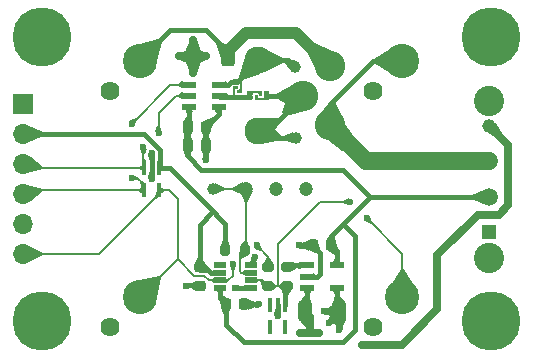
<source format=gtl>
G04 #@! TF.GenerationSoftware,KiCad,Pcbnew,8.0.9*
G04 #@! TF.CreationDate,2025-04-23T02:47:02-04:00*
G04 #@! TF.ProjectId,digital-gate-driver,64696769-7461-46c2-9d67-6174652d6472,rev?*
G04 #@! TF.SameCoordinates,Original*
G04 #@! TF.FileFunction,Copper,L1,Top*
G04 #@! TF.FilePolarity,Positive*
%FSLAX46Y46*%
G04 Gerber Fmt 4.6, Leading zero omitted, Abs format (unit mm)*
G04 Created by KiCad (PCBNEW 8.0.9) date 2025-04-23 02:47:02*
%MOMM*%
%LPD*%
G01*
G04 APERTURE LIST*
G04 Aperture macros list*
%AMRoundRect*
0 Rectangle with rounded corners*
0 $1 Rounding radius*
0 $2 $3 $4 $5 $6 $7 $8 $9 X,Y pos of 4 corners*
0 Add a 4 corners polygon primitive as box body*
4,1,4,$2,$3,$4,$5,$6,$7,$8,$9,$2,$3,0*
0 Add four circle primitives for the rounded corners*
1,1,$1+$1,$2,$3*
1,1,$1+$1,$4,$5*
1,1,$1+$1,$6,$7*
1,1,$1+$1,$8,$9*
0 Add four rect primitives between the rounded corners*
20,1,$1+$1,$2,$3,$4,$5,0*
20,1,$1+$1,$4,$5,$6,$7,0*
20,1,$1+$1,$6,$7,$8,$9,0*
20,1,$1+$1,$8,$9,$2,$3,0*%
%AMFreePoly0*
4,1,17,0.198500,-0.320000,0.195000,-0.323500,-0.045000,-0.323500,-0.048500,-0.320000,-0.048500,-0.230000,-0.051166,-0.188780,-0.092386,-0.117386,-0.163780,-0.076166,-0.205000,-0.073500,-0.445000,-0.073500,-0.486220,-0.076166,-0.557614,-0.117386,-0.598834,-0.188780,-0.601500,-0.230000,-0.601500,0.125000,0.198500,0.125000,0.198500,-0.320000,0.198500,-0.320000,$1*%
%AMFreePoly1*
4,1,11,0.173500,-0.425000,-0.170000,-0.425000,-0.202297,-0.422973,-0.247973,-0.377297,-0.250000,-0.345000,-0.250000,0.295000,-0.247973,0.327297,-0.202297,0.372973,-0.170000,0.375000,0.173500,0.375000,0.173500,-0.425000,0.173500,-0.425000,$1*%
%AMFreePoly2*
4,1,11,0.201876,0.346955,0.246955,0.301876,0.250000,0.270000,0.250000,-0.370000,0.246955,-0.401876,0.201876,-0.446955,0.170000,-0.450000,-0.173500,-0.450000,-0.173500,0.350000,0.170000,0.350000,0.201876,0.346955,0.201876,0.346955,$1*%
%AMFreePoly3*
4,1,17,-0.001500,0.345000,-0.001500,0.255000,0.001166,0.213780,0.042386,0.142386,0.113780,0.101166,0.155000,0.098500,0.395000,0.098500,0.436220,0.101166,0.507614,0.142386,0.548834,0.213780,0.551500,0.255000,0.551500,-0.100000,-0.248500,-0.100000,-0.248500,0.345000,-0.245000,0.348500,-0.005000,0.348500,-0.001500,0.345000,-0.001500,0.345000,$1*%
G04 Aperture macros list end*
G04 #@! TA.AperFunction,ComponentPad*
%ADD10C,2.905000*%
G04 #@! TD*
G04 #@! TA.AperFunction,ComponentPad*
%ADD11C,1.623000*%
G04 #@! TD*
G04 #@! TA.AperFunction,ComponentPad*
%ADD12C,1.000000*%
G04 #@! TD*
G04 #@! TA.AperFunction,ComponentPad*
%ADD13R,1.170000X1.170000*%
G04 #@! TD*
G04 #@! TA.AperFunction,ComponentPad*
%ADD14C,1.520000*%
G04 #@! TD*
G04 #@! TA.AperFunction,ComponentPad*
%ADD15C,1.170000*%
G04 #@! TD*
G04 #@! TA.AperFunction,ComponentPad*
%ADD16C,2.560000*%
G04 #@! TD*
G04 #@! TA.AperFunction,SMDPad,CuDef*
%ADD17RoundRect,0.050000X0.475000X0.175000X-0.475000X0.175000X-0.475000X-0.175000X0.475000X-0.175000X0*%
G04 #@! TD*
G04 #@! TA.AperFunction,ComponentPad*
%ADD18C,0.800000*%
G04 #@! TD*
G04 #@! TA.AperFunction,ComponentPad*
%ADD19C,5.000000*%
G04 #@! TD*
G04 #@! TA.AperFunction,SMDPad,CuDef*
%ADD20R,0.400000X1.200000*%
G04 #@! TD*
G04 #@! TA.AperFunction,ComponentPad*
%ADD21R,1.700000X1.700000*%
G04 #@! TD*
G04 #@! TA.AperFunction,ComponentPad*
%ADD22O,1.700000X1.700000*%
G04 #@! TD*
G04 #@! TA.AperFunction,SMDPad,CuDef*
%ADD23RoundRect,0.250000X-0.312500X-0.625000X0.312500X-0.625000X0.312500X0.625000X-0.312500X0.625000X0*%
G04 #@! TD*
G04 #@! TA.AperFunction,SMDPad,CuDef*
%ADD24RoundRect,0.225000X-0.225000X-0.250000X0.225000X-0.250000X0.225000X0.250000X-0.225000X0.250000X0*%
G04 #@! TD*
G04 #@! TA.AperFunction,SMDPad,CuDef*
%ADD25R,1.200000X0.600000*%
G04 #@! TD*
G04 #@! TA.AperFunction,SMDPad,CuDef*
%ADD26RoundRect,0.200000X0.275000X-0.200000X0.275000X0.200000X-0.275000X0.200000X-0.275000X-0.200000X0*%
G04 #@! TD*
G04 #@! TA.AperFunction,SMDPad,CuDef*
%ADD27RoundRect,0.200000X-0.200000X-0.275000X0.200000X-0.275000X0.200000X0.275000X-0.200000X0.275000X0*%
G04 #@! TD*
G04 #@! TA.AperFunction,SMDPad,CuDef*
%ADD28RoundRect,0.225000X0.250000X-0.225000X0.250000X0.225000X-0.250000X0.225000X-0.250000X-0.225000X0*%
G04 #@! TD*
G04 #@! TA.AperFunction,SMDPad,CuDef*
%ADD29FreePoly0,90.000000*%
G04 #@! TD*
G04 #@! TA.AperFunction,SMDPad,CuDef*
%ADD30FreePoly1,90.000000*%
G04 #@! TD*
G04 #@! TA.AperFunction,SMDPad,CuDef*
%ADD31FreePoly2,90.000000*%
G04 #@! TD*
G04 #@! TA.AperFunction,SMDPad,CuDef*
%ADD32FreePoly3,90.000000*%
G04 #@! TD*
G04 #@! TA.AperFunction,ComponentPad*
%ADD33C,2.295400*%
G04 #@! TD*
G04 #@! TA.AperFunction,ComponentPad*
%ADD34C,1.200000*%
G04 #@! TD*
G04 #@! TA.AperFunction,ComponentPad*
%ADD35C,2.574800*%
G04 #@! TD*
G04 #@! TA.AperFunction,SMDPad,CuDef*
%ADD36FreePoly0,180.000000*%
G04 #@! TD*
G04 #@! TA.AperFunction,SMDPad,CuDef*
%ADD37FreePoly1,180.000000*%
G04 #@! TD*
G04 #@! TA.AperFunction,SMDPad,CuDef*
%ADD38FreePoly2,180.000000*%
G04 #@! TD*
G04 #@! TA.AperFunction,SMDPad,CuDef*
%ADD39FreePoly3,180.000000*%
G04 #@! TD*
G04 #@! TA.AperFunction,SMDPad,CuDef*
%ADD40RoundRect,0.250000X0.312500X0.625000X-0.312500X0.625000X-0.312500X-0.625000X0.312500X-0.625000X0*%
G04 #@! TD*
G04 #@! TA.AperFunction,ViaPad*
%ADD41C,0.600000*%
G04 #@! TD*
G04 #@! TA.AperFunction,Conductor*
%ADD42C,0.152400*%
G04 #@! TD*
G04 #@! TA.AperFunction,Conductor*
%ADD43C,0.200000*%
G04 #@! TD*
G04 #@! TA.AperFunction,Conductor*
%ADD44C,0.381000*%
G04 #@! TD*
G04 #@! TA.AperFunction,Conductor*
%ADD45C,0.635000*%
G04 #@! TD*
G04 #@! TA.AperFunction,Conductor*
%ADD46C,1.016000*%
G04 #@! TD*
G04 #@! TA.AperFunction,Conductor*
%ADD47C,1.524000*%
G04 #@! TD*
G04 #@! TA.AperFunction,Conductor*
%ADD48C,0.254000*%
G04 #@! TD*
G04 APERTURE END LIST*
D10*
X144400000Y-100799999D03*
D11*
X141900000Y-103299999D03*
D10*
X166640000Y-100799999D03*
D11*
X164140000Y-103299999D03*
D10*
X144400000Y-80799999D03*
D11*
X141900000Y-83299999D03*
D10*
X166640000Y-80799999D03*
D11*
X164140000Y-83299999D03*
D12*
X157600000Y-87300000D03*
X157500000Y-81300000D03*
X150600000Y-91600000D03*
D13*
X174000000Y-95300000D03*
D14*
X174000000Y-92300000D03*
X174000000Y-89300000D03*
D15*
X174000000Y-86300000D03*
D16*
X174000000Y-97450000D03*
X174000000Y-84150000D03*
D17*
X153780000Y-100025000D03*
X151180000Y-100025000D03*
X153780000Y-99375000D03*
X151180000Y-99375000D03*
X153780000Y-98725000D03*
X151180000Y-98725000D03*
X153780000Y-98075000D03*
X151180000Y-98075000D03*
D18*
X138015001Y-102799998D03*
X137465826Y-104125823D03*
X137465826Y-101474173D03*
X136140001Y-104674998D03*
D19*
X136140001Y-102799998D03*
D18*
X136140001Y-100924998D03*
X134814176Y-104125823D03*
X134814176Y-101474173D03*
X134265001Y-102799998D03*
D20*
X146050000Y-89850000D03*
X145400000Y-89850000D03*
X144750000Y-89850000D03*
X144750000Y-91750000D03*
X146050000Y-91750000D03*
D21*
X134540000Y-84450000D03*
D22*
X134540000Y-86990000D03*
X134540000Y-89530000D03*
X134540000Y-92070000D03*
X134540000Y-94610000D03*
X134540000Y-97150000D03*
D23*
X158367500Y-102000000D03*
X161292500Y-102000000D03*
D18*
X176015000Y-102799999D03*
X175465825Y-104125824D03*
X175465825Y-101474174D03*
X174140000Y-104674999D03*
D19*
X174140000Y-102799999D03*
D18*
X174140000Y-100924999D03*
X172814175Y-104125824D03*
X172814175Y-101474174D03*
X172265000Y-102799999D03*
D24*
X159055000Y-96400000D03*
X160605000Y-96400000D03*
D25*
X151071726Y-82800500D03*
X151071726Y-83750500D03*
X151071726Y-84700500D03*
X148571726Y-84700500D03*
X148571726Y-83750500D03*
X148571726Y-82800500D03*
D18*
X134265000Y-78799999D03*
X134814175Y-77474174D03*
X134814175Y-80125824D03*
X136140000Y-76924999D03*
D19*
X136140000Y-78799999D03*
D18*
X136140000Y-80674999D03*
X137465825Y-77474174D03*
X137465825Y-80125824D03*
X138015000Y-78799999D03*
D26*
X155280000Y-99875000D03*
X155280000Y-98225000D03*
D27*
X151655000Y-96800000D03*
X153305000Y-96800000D03*
D26*
X156880000Y-98225000D03*
X156880000Y-99875000D03*
D25*
X158580000Y-98100000D03*
X158580000Y-99050000D03*
X158580000Y-100000000D03*
X161080000Y-100000000D03*
X161080000Y-98100000D03*
D28*
X149480000Y-99825000D03*
X149480000Y-98275000D03*
D24*
X151705000Y-101400000D03*
X153255000Y-101400000D03*
D29*
X152396726Y-83075500D03*
D30*
X152646726Y-83850500D03*
D31*
X152621726Y-82550500D03*
D32*
X152971726Y-83275500D03*
D20*
X156730000Y-101450000D03*
X156080000Y-101450000D03*
X155430000Y-101450000D03*
X155430000Y-103350000D03*
X156730000Y-103350000D03*
D18*
X172265000Y-78799999D03*
X172814175Y-77474174D03*
X172814175Y-80125824D03*
X174140000Y-76924999D03*
D19*
X174140000Y-78799999D03*
D18*
X174140000Y-80674999D03*
X175465825Y-77474174D03*
X175465825Y-80125824D03*
X176015000Y-78799999D03*
D24*
X149996726Y-86350500D03*
X148446726Y-86350500D03*
D33*
X154421726Y-86750500D03*
X154421726Y-80750500D03*
D34*
X153400000Y-91600000D03*
X155940000Y-91600000D03*
X158480000Y-91600000D03*
D24*
X149996726Y-87950500D03*
X148446726Y-87950500D03*
D35*
X160500000Y-81250500D03*
X158221726Y-83750500D03*
X160500000Y-86250500D03*
D36*
X154296726Y-84025500D03*
D37*
X155071726Y-83775500D03*
D38*
X153771726Y-83800500D03*
D39*
X154496726Y-83450500D03*
D40*
X148937500Y-80400000D03*
X151862500Y-80400000D03*
D41*
X143700000Y-86100000D03*
X143700000Y-90700000D03*
X144700000Y-88100000D03*
X146000000Y-86900000D03*
X150000000Y-80400000D03*
X154140997Y-97375867D03*
X163600000Y-94100000D03*
X162200000Y-92700000D03*
X164800000Y-104800000D03*
X164000000Y-104800000D03*
X163200000Y-104800000D03*
X158800000Y-103800000D03*
X158000000Y-103800000D03*
X159600000Y-103800000D03*
X160400000Y-103000000D03*
X160000000Y-102000000D03*
X145400000Y-88600000D03*
X145400000Y-90800000D03*
X152303800Y-98000000D03*
X154300000Y-96400000D03*
X161280000Y-103600000D03*
X156080000Y-102400000D03*
X152480000Y-100000000D03*
X154480000Y-101400000D03*
X148280000Y-99825000D03*
X150000000Y-89150500D03*
X148928274Y-81800000D03*
X148928274Y-79000000D03*
X147678274Y-80400000D03*
X157880000Y-96400000D03*
D42*
X143700000Y-90700000D02*
X144200000Y-90700000D01*
X144200000Y-90700000D02*
X144750000Y-91250000D01*
X144750000Y-91250000D02*
X144750000Y-91750000D01*
D43*
X148571726Y-83750500D02*
X147449500Y-83750500D01*
X146000000Y-85200000D02*
X146000000Y-86900000D01*
X147449500Y-83750500D02*
X146000000Y-85200000D01*
D42*
X143700000Y-86100000D02*
X146999500Y-82800500D01*
X146999500Y-82800500D02*
X148571726Y-82800500D01*
D43*
X144700000Y-89800000D02*
X144750000Y-89850000D01*
X144700000Y-88100000D02*
X144700000Y-89800000D01*
D44*
X154421726Y-86750500D02*
X154971226Y-87300000D01*
X154971226Y-87300000D02*
X157600000Y-87300000D01*
X154421726Y-80750500D02*
X156950500Y-80750500D01*
X156950500Y-80750500D02*
X157500000Y-81300000D01*
D42*
X157700000Y-83228774D02*
X158221726Y-83750500D01*
X153400000Y-91600000D02*
X150600000Y-91600000D01*
D45*
X159600000Y-103800000D02*
X158800000Y-103800000D01*
X148937500Y-80400000D02*
X150000000Y-80400000D01*
D46*
X151862500Y-80400000D02*
X151862500Y-79937500D01*
X151862500Y-79937500D02*
X153400000Y-78400000D01*
X157649500Y-78400000D02*
X160500000Y-81250500D01*
D42*
X154300000Y-96400000D02*
X155280000Y-97380000D01*
X155280000Y-97380000D02*
X155280000Y-98225000D01*
D44*
X153780000Y-98075000D02*
X154000000Y-97855000D01*
X154000000Y-97855000D02*
X154000000Y-97516864D01*
X154000000Y-97516864D02*
X154140997Y-97375867D01*
D42*
X162200000Y-92700000D02*
X159700000Y-92700000D01*
X159700000Y-92700000D02*
X156100000Y-96300000D01*
X156100000Y-96300000D02*
X156100000Y-99875000D01*
X163600000Y-94100000D02*
X166640000Y-97140000D01*
X166640000Y-97140000D02*
X166640000Y-100799999D01*
X155280000Y-99875000D02*
X156100000Y-99875000D01*
X156100000Y-99875000D02*
X156880000Y-99875000D01*
D45*
X164800000Y-104800000D02*
X166600000Y-104800000D01*
X166600000Y-104800000D02*
X169600000Y-101800000D01*
X169600000Y-101800000D02*
X169600000Y-97200000D01*
X174800000Y-93800000D02*
X175600000Y-93000000D01*
X169600000Y-97200000D02*
X173000000Y-93800000D01*
X173000000Y-93800000D02*
X174800000Y-93800000D01*
X175600000Y-93000000D02*
X175600000Y-87900000D01*
X175600000Y-87900000D02*
X174000000Y-86300000D01*
X164000000Y-104800000D02*
X163200000Y-104800000D01*
X164800000Y-104800000D02*
X164000000Y-104800000D01*
X158800000Y-103800000D02*
X158800000Y-102432500D01*
X158800000Y-102432500D02*
X158367500Y-102000000D01*
X158800000Y-103800000D02*
X158400000Y-103800000D01*
X158400000Y-103800000D02*
X157967500Y-103800000D01*
D44*
X161292500Y-102107500D02*
X160400000Y-103000000D01*
X161292500Y-102000000D02*
X161292500Y-102107500D01*
X161292500Y-102000000D02*
X160000000Y-102000000D01*
X161601250Y-94601250D02*
X162600000Y-95600000D01*
X162600000Y-95600000D02*
X162600000Y-103600000D01*
X153200000Y-104600000D02*
X151705000Y-103105000D01*
X162600000Y-103600000D02*
X161600000Y-104600000D01*
X161600000Y-104600000D02*
X153200000Y-104600000D01*
X151705000Y-103105000D02*
X151705000Y-101400000D01*
X163902500Y-92300000D02*
X162101250Y-94101250D01*
X162101250Y-94101250D02*
X160605000Y-95597500D01*
X174000000Y-92300000D02*
X163902500Y-92300000D01*
X160605000Y-95597500D02*
X160605000Y-96400000D01*
D47*
X160500000Y-86250500D02*
X163549500Y-89300000D01*
X163549500Y-89300000D02*
X174000000Y-89300000D01*
D42*
X151180000Y-99375000D02*
X150220038Y-99375000D01*
X150220038Y-99375000D02*
X149846238Y-99001200D01*
X149846238Y-99001200D02*
X149001200Y-99001200D01*
X149001200Y-99001200D02*
X147600000Y-97600000D01*
X147400000Y-97800000D02*
X147600000Y-97600000D01*
X147600000Y-97600000D02*
X147600000Y-92500000D01*
X147600000Y-92500000D02*
X146850000Y-91750000D01*
X146850000Y-91750000D02*
X146050000Y-91750000D01*
X147400000Y-97800000D02*
X147399999Y-97800000D01*
X147399999Y-97800000D02*
X144400000Y-100799999D01*
D44*
X160500000Y-86250500D02*
X160500000Y-84429842D01*
X164129843Y-80799999D02*
X166640000Y-80799999D01*
X160500000Y-84429842D02*
X164129843Y-80799999D01*
X151862500Y-80400000D02*
X151862500Y-80062500D01*
X151862500Y-80062500D02*
X150000000Y-78200000D01*
X150000000Y-78200000D02*
X146999999Y-78200000D01*
X146999999Y-78200000D02*
X144400000Y-80799999D01*
X149480000Y-98275000D02*
X149480000Y-94670000D01*
X149480000Y-94670000D02*
X150550000Y-93600000D01*
X150550000Y-93600000D02*
X150550000Y-93450000D01*
X146950000Y-89850000D02*
X150100000Y-93000000D01*
X150100000Y-93000000D02*
X151655000Y-94555000D01*
X146050000Y-89850000D02*
X146950000Y-89850000D01*
X151655000Y-94555000D02*
X151655000Y-96800000D01*
X146050000Y-89850000D02*
X146090500Y-89809500D01*
X146090500Y-89809500D02*
X146090500Y-88313985D01*
X146090500Y-88313985D02*
X144766515Y-86990000D01*
X144766515Y-86990000D02*
X134540000Y-86990000D01*
X145400000Y-89850000D02*
X145400000Y-88600000D01*
X145400000Y-89850000D02*
X145400000Y-90800000D01*
D42*
X134540000Y-97150000D02*
X140950000Y-97150000D01*
X140950000Y-97150000D02*
X146050000Y-92050000D01*
X146050000Y-92050000D02*
X146050000Y-91750000D01*
X144750000Y-91750000D02*
X134860000Y-91750000D01*
X134860000Y-91750000D02*
X134540000Y-92070000D01*
X144750000Y-89850000D02*
X134860000Y-89850000D01*
X134860000Y-89850000D02*
X134540000Y-89530000D01*
X152303800Y-98000000D02*
X152280000Y-98023800D01*
X152280000Y-98023800D02*
X152280000Y-99000000D01*
X152280000Y-99000000D02*
X151905000Y-99375000D01*
X151905000Y-99375000D02*
X151180000Y-99375000D01*
X153780000Y-98725000D02*
X153005000Y-98725000D01*
X153005000Y-98725000D02*
X152880000Y-98600000D01*
X152880000Y-97225000D02*
X153305000Y-96800000D01*
X152880000Y-98600000D02*
X152880000Y-97225000D01*
X153400000Y-91600000D02*
X153400000Y-96705000D01*
X153400000Y-96705000D02*
X153305000Y-96800000D01*
D44*
X161292500Y-103587500D02*
X161280000Y-103600000D01*
X161292500Y-102000000D02*
X161292500Y-103587500D01*
X161080000Y-100000000D02*
X161080000Y-101787500D01*
X161080000Y-101787500D02*
X161292500Y-102000000D01*
X158580000Y-99050000D02*
X159430000Y-99050000D01*
X159430000Y-99050000D02*
X159680000Y-98800000D01*
X159680000Y-98800000D02*
X159680000Y-97025000D01*
X159680000Y-97025000D02*
X159055000Y-96400000D01*
X161080000Y-98100000D02*
X161080000Y-96875000D01*
X161080000Y-96875000D02*
X160605000Y-96400000D01*
X158580000Y-100000000D02*
X158580000Y-101787500D01*
X158580000Y-101787500D02*
X158367500Y-102000000D01*
X156080000Y-101450000D02*
X156080000Y-102400000D01*
X158580000Y-98100000D02*
X157005000Y-98100000D01*
X157005000Y-98100000D02*
X156880000Y-98225000D01*
X156730000Y-101450000D02*
X156730000Y-100025000D01*
X156730000Y-100025000D02*
X156880000Y-99875000D01*
D42*
X153780000Y-99375000D02*
X154780000Y-99375000D01*
X154780000Y-99375000D02*
X155280000Y-99875000D01*
D44*
X152505000Y-100025000D02*
X152480000Y-100000000D01*
X153780000Y-100025000D02*
X152505000Y-100025000D01*
D48*
X148280000Y-99825000D02*
X149480000Y-99825000D01*
X149680000Y-99825000D02*
X149480000Y-99825000D01*
D44*
X149480000Y-98275000D02*
X149955000Y-98275000D01*
X149955000Y-98275000D02*
X150405000Y-98725000D01*
X150405000Y-98725000D02*
X151180000Y-98725000D01*
X153255000Y-101400000D02*
X154480000Y-101400000D01*
X151180000Y-100025000D02*
X151180000Y-100875000D01*
X151180000Y-100875000D02*
X151705000Y-101400000D01*
X149996726Y-89147226D02*
X150000000Y-89150500D01*
X149996726Y-87950500D02*
X149996726Y-89147226D01*
X149996726Y-86350500D02*
X149996726Y-87950500D01*
X148446726Y-86350500D02*
X148446726Y-87950500D01*
X151071726Y-84700500D02*
X151071726Y-85275500D01*
X151071726Y-85275500D02*
X149996726Y-86350500D01*
X148571726Y-84700500D02*
X148571726Y-86225500D01*
X148571726Y-86225500D02*
X148446726Y-86350500D01*
D45*
X148937500Y-80400000D02*
X148937500Y-81790774D01*
X148937500Y-80400000D02*
X148937500Y-79009226D01*
X148937500Y-80400000D02*
X147678274Y-80400000D01*
D44*
X158221726Y-83750500D02*
X155221726Y-86750500D01*
X155221726Y-86750500D02*
X154421726Y-86750500D01*
X154421726Y-80750500D02*
X152641426Y-82530800D01*
X152641426Y-82530800D02*
X152128324Y-82530800D01*
X152128324Y-82530800D02*
X151858624Y-82800500D01*
X151858624Y-82800500D02*
X151071726Y-82800500D01*
X158221726Y-83750500D02*
X155116426Y-83750500D01*
X155116426Y-83750500D02*
X155091426Y-83775500D01*
D48*
X153771726Y-83800500D02*
X153721726Y-83850500D01*
D44*
X153721726Y-83870500D02*
X152646726Y-83870500D01*
X151071726Y-83750500D02*
X151191426Y-83870200D01*
X151191426Y-83870200D02*
X152646726Y-83870200D01*
X159055000Y-96400000D02*
X157880000Y-96400000D01*
X148446726Y-87950500D02*
X148446726Y-88846726D01*
X161602500Y-90000000D02*
X163902500Y-92300000D01*
X148446726Y-88846726D02*
X149600000Y-90000000D01*
X149600000Y-90000000D02*
X161602500Y-90000000D01*
D46*
X153400000Y-78400000D02*
X157649500Y-78400000D01*
G04 #@! TA.AperFunction,Conductor*
G36*
X143824987Y-90428816D02*
G01*
X143826317Y-90429475D01*
X144311378Y-90709208D01*
X144316832Y-90716308D01*
X144315667Y-90725187D01*
X144313805Y-90727615D01*
X144218604Y-90822816D01*
X144214482Y-90825482D01*
X143825406Y-90973140D01*
X143816456Y-90972871D01*
X143810452Y-90966693D01*
X143701163Y-90703793D01*
X143701153Y-90694841D01*
X143809680Y-90435100D01*
X143816032Y-90428789D01*
X143824987Y-90428816D01*
G37*
G04 #@! TD.AperFunction*
G04 #@! TA.AperFunction,Conductor*
G36*
X144570729Y-90962667D02*
G01*
X144671235Y-91059536D01*
X144761393Y-91146432D01*
X144764972Y-91154640D01*
X144764971Y-91155136D01*
X144750943Y-91740851D01*
X144747319Y-91749040D01*
X144740955Y-91752146D01*
X144561744Y-91778605D01*
X144553059Y-91776423D01*
X144548460Y-91768739D01*
X144455458Y-91068187D01*
X144457766Y-91059536D01*
X144458775Y-91058383D01*
X144554340Y-90962818D01*
X144562612Y-90959392D01*
X144570729Y-90962667D01*
G37*
G04 #@! TD.AperFunction*
G04 #@! TA.AperFunction,Conductor*
G36*
X147977796Y-83453530D02*
G01*
X148551755Y-83740032D01*
X148557627Y-83746793D01*
X148556998Y-83755725D01*
X148551755Y-83760968D01*
X147977796Y-84047469D01*
X147968864Y-84048098D01*
X147966081Y-84046736D01*
X147676936Y-83853973D01*
X147671953Y-83846533D01*
X147671726Y-83844238D01*
X147671726Y-83656761D01*
X147675153Y-83648488D01*
X147676931Y-83647029D01*
X147966081Y-83454262D01*
X147974866Y-83452525D01*
X147977796Y-83453530D01*
G37*
G04 #@! TD.AperFunction*
G04 #@! TA.AperFunction,Conductor*
G36*
X146100090Y-86303427D02*
G01*
X146102807Y-86307687D01*
X146273330Y-86774694D01*
X146272949Y-86783641D01*
X146266851Y-86789503D01*
X146004511Y-86899115D01*
X145995556Y-86899142D01*
X145995489Y-86899115D01*
X145733148Y-86789503D01*
X145726836Y-86783151D01*
X145726669Y-86774697D01*
X145897193Y-86307686D01*
X145903249Y-86301091D01*
X145908183Y-86300000D01*
X146091817Y-86300000D01*
X146100090Y-86303427D01*
G37*
G04 #@! TD.AperFunction*
G04 #@! TA.AperFunction,Conductor*
G36*
X144075910Y-85627383D02*
G01*
X144172616Y-85724089D01*
X144176043Y-85732362D01*
X144175152Y-85736840D01*
X143981627Y-86204029D01*
X143975295Y-86210360D01*
X143966374Y-86210374D01*
X143703815Y-86102563D01*
X143697463Y-86096251D01*
X143697436Y-86096184D01*
X143589625Y-85833625D01*
X143589652Y-85824670D01*
X143595968Y-85818373D01*
X144063159Y-85624847D01*
X144072114Y-85624847D01*
X144075910Y-85627383D01*
G37*
G04 #@! TD.AperFunction*
G04 #@! TA.AperFunction,Conductor*
G36*
X147978168Y-82503715D02*
G01*
X148415254Y-82721895D01*
X148551755Y-82790032D01*
X148557627Y-82796793D01*
X148556998Y-82805725D01*
X148551755Y-82810968D01*
X147978172Y-83097282D01*
X147969240Y-83097911D01*
X147965951Y-83096192D01*
X147676430Y-82880209D01*
X147671848Y-82872515D01*
X147671726Y-82870831D01*
X147671726Y-82730168D01*
X147675153Y-82721895D01*
X147676423Y-82720795D01*
X147965953Y-82504806D01*
X147974631Y-82502607D01*
X147978168Y-82503715D01*
G37*
G04 #@! TD.AperFunction*
G04 #@! TA.AperFunction,Conductor*
G36*
X144801442Y-89053427D02*
G01*
X144803358Y-89055950D01*
X144910514Y-89245820D01*
X144911618Y-89254630D01*
X144760146Y-89813561D01*
X144754674Y-89820650D01*
X144745793Y-89821794D01*
X144738704Y-89816322D01*
X144737752Y-89814195D01*
X144551075Y-89253231D01*
X144550825Y-89246699D01*
X144597784Y-89058862D01*
X144603115Y-89051667D01*
X144609135Y-89050000D01*
X144793169Y-89050000D01*
X144801442Y-89053427D01*
G37*
G04 #@! TD.AperFunction*
G04 #@! TA.AperFunction,Conductor*
G36*
X144966851Y-88210496D02*
G01*
X144973163Y-88216848D01*
X144973330Y-88225305D01*
X144802807Y-88692313D01*
X144796751Y-88698909D01*
X144791817Y-88700000D01*
X144608183Y-88700000D01*
X144599910Y-88696573D01*
X144597193Y-88692313D01*
X144426669Y-88225302D01*
X144427050Y-88216358D01*
X144433147Y-88210496D01*
X144695490Y-88100883D01*
X144704444Y-88100857D01*
X144966851Y-88210496D01*
G37*
G04 #@! TD.AperFunction*
G04 #@! TA.AperFunction,Conductor*
G36*
X157407257Y-86842144D02*
G01*
X157412848Y-86848123D01*
X157599127Y-87295503D01*
X157599144Y-87304457D01*
X157599127Y-87304497D01*
X157412848Y-87751876D01*
X157406504Y-87758197D01*
X157398324Y-87758471D01*
X156607977Y-87493177D01*
X156601224Y-87487295D01*
X156600000Y-87482085D01*
X156600000Y-87117914D01*
X156603427Y-87109641D01*
X156607975Y-87106822D01*
X157398325Y-86841528D01*
X157407257Y-86842144D01*
G37*
G04 #@! TD.AperFunction*
G04 #@! TA.AperFunction,Conductor*
G36*
X155308490Y-86020266D02*
G01*
X156042006Y-86745879D01*
X156406116Y-87106065D01*
X156409588Y-87114320D01*
X156409588Y-87481031D01*
X156406161Y-87489304D01*
X156400328Y-87492474D01*
X154690752Y-87857074D01*
X154681946Y-87855448D01*
X154676918Y-87848290D01*
X154593141Y-87489304D01*
X154422360Y-86757503D01*
X154423817Y-86748670D01*
X154426234Y-86745883D01*
X155292748Y-86019617D01*
X155301289Y-86016930D01*
X155308490Y-86020266D01*
G37*
G04 #@! TD.AperFunction*
G04 #@! TA.AperFunction,Conductor*
G36*
X155005465Y-79761611D02*
G01*
X156563046Y-80556743D01*
X156568856Y-80563557D01*
X156569426Y-80567164D01*
X156569426Y-80933835D01*
X156565999Y-80942108D01*
X156563046Y-80944256D01*
X155005465Y-81739388D01*
X154996538Y-81740097D01*
X154990017Y-81734825D01*
X154424114Y-80756358D01*
X154422938Y-80747480D01*
X154424114Y-80744642D01*
X154990017Y-79766173D01*
X154997125Y-79760728D01*
X155005465Y-79761611D01*
G37*
G04 #@! TD.AperFunction*
G04 #@! TA.AperFunction,Conductor*
G36*
X156742550Y-80564310D02*
G01*
X157678790Y-80834438D01*
X157685789Y-80840024D01*
X157686788Y-80848922D01*
X157686365Y-80850136D01*
X157502853Y-81295502D01*
X157496532Y-81301846D01*
X157496504Y-81301858D01*
X157047630Y-81487386D01*
X157038675Y-81487379D01*
X157032971Y-81482321D01*
X156729120Y-80943676D01*
X156727610Y-80937928D01*
X156727610Y-80575552D01*
X156731037Y-80567279D01*
X156739310Y-80563852D01*
X156742550Y-80564310D01*
G37*
G04 #@! TD.AperFunction*
G04 #@! TA.AperFunction,Conductor*
G36*
X153174872Y-91056506D02*
G01*
X153175179Y-91057183D01*
X153399130Y-91595506D01*
X153399144Y-91604461D01*
X153399130Y-91604494D01*
X153175179Y-92142816D01*
X153168838Y-92149138D01*
X153159883Y-92149124D01*
X153159206Y-92148817D01*
X152206529Y-91679416D01*
X152200622Y-91672686D01*
X152200000Y-91668921D01*
X152200000Y-91531078D01*
X152203427Y-91522805D01*
X152206529Y-91520583D01*
X153159207Y-91051181D01*
X153168142Y-91050599D01*
X153174872Y-91056506D01*
G37*
G04 #@! TD.AperFunction*
G04 #@! TA.AperFunction,Conductor*
G36*
X150801909Y-91143117D02*
G01*
X150802443Y-91143355D01*
X151593338Y-91520622D01*
X151599329Y-91527276D01*
X151600000Y-91531181D01*
X151600000Y-91668818D01*
X151596573Y-91677091D01*
X151593337Y-91679378D01*
X150802449Y-92056641D01*
X150793507Y-92057110D01*
X150786852Y-92051118D01*
X150786611Y-92050578D01*
X150600872Y-91604497D01*
X150600855Y-91595544D01*
X150786611Y-91149420D01*
X150792955Y-91143100D01*
X150801909Y-91143117D01*
G37*
G04 #@! TD.AperFunction*
G04 #@! TA.AperFunction,Conductor*
G36*
X149507499Y-79841174D02*
G01*
X149993448Y-80079289D01*
X149999370Y-80086006D01*
X150000000Y-80089795D01*
X150000000Y-80710204D01*
X149996573Y-80718477D01*
X149993448Y-80720710D01*
X149507501Y-80958824D01*
X149498564Y-80959388D01*
X149494088Y-80956598D01*
X148944793Y-80408278D01*
X148941360Y-80400010D01*
X148944779Y-80391735D01*
X149494089Y-79843399D01*
X149502363Y-79839981D01*
X149507499Y-79841174D01*
G37*
G04 #@! TD.AperFunction*
G04 #@! TA.AperFunction,Conductor*
G36*
X159259722Y-79288037D02*
G01*
X160639053Y-79978992D01*
X160644915Y-79985761D01*
X160645437Y-79990788D01*
X160501759Y-81242040D01*
X160497410Y-81249868D01*
X160491547Y-81252320D01*
X159247910Y-81403467D01*
X159239283Y-81401063D01*
X159236048Y-81397115D01*
X158537563Y-80010234D01*
X158536903Y-80001303D01*
X158539738Y-79996700D01*
X159246213Y-79290225D01*
X159254485Y-79286799D01*
X159259722Y-79288037D01*
G37*
G04 #@! TD.AperFunction*
G04 #@! TA.AperFunction,Conductor*
G36*
X154575329Y-96289652D02*
G01*
X154581627Y-96295970D01*
X154775152Y-96763159D01*
X154775152Y-96772114D01*
X154772616Y-96775910D01*
X154675910Y-96872616D01*
X154667637Y-96876043D01*
X154663159Y-96875152D01*
X154195970Y-96681627D01*
X154189639Y-96675295D01*
X154189625Y-96666375D01*
X154297436Y-96403814D01*
X154303746Y-96397464D01*
X154566375Y-96289625D01*
X154575329Y-96289652D01*
G37*
G04 #@! TD.AperFunction*
G04 #@! TA.AperFunction,Conductor*
G36*
X155358496Y-97428427D02*
G01*
X155359703Y-97429842D01*
X155673779Y-97864006D01*
X155675851Y-97872718D01*
X155672046Y-97879632D01*
X155287747Y-98219155D01*
X155279278Y-98222065D01*
X155272253Y-98219155D01*
X154887953Y-97879632D01*
X154884022Y-97871586D01*
X154886219Y-97864008D01*
X155200297Y-97429841D01*
X155207923Y-97425148D01*
X155209777Y-97425000D01*
X155350223Y-97425000D01*
X155358496Y-97428427D01*
G37*
G04 #@! TD.AperFunction*
G04 #@! TA.AperFunction,Conductor*
G36*
X154184193Y-97628427D02*
G01*
X154187620Y-97636700D01*
X154187342Y-97639234D01*
X154141646Y-97845219D01*
X154136509Y-97852554D01*
X154136438Y-97852599D01*
X153789963Y-98069755D01*
X153781133Y-98071245D01*
X153773835Y-98066055D01*
X153773805Y-98066006D01*
X153724200Y-97985987D01*
X153644121Y-97856808D01*
X153642675Y-97847972D01*
X153644721Y-97843604D01*
X153805990Y-97629657D01*
X153813706Y-97625114D01*
X153815333Y-97625000D01*
X154175920Y-97625000D01*
X154184193Y-97628427D01*
G37*
G04 #@! TD.AperFunction*
G04 #@! TA.AperFunction,Conductor*
G36*
X154143879Y-97376068D02*
G01*
X154169067Y-97386593D01*
X154405565Y-97485409D01*
X154411877Y-97491761D01*
X154411850Y-97500716D01*
X154411032Y-97502314D01*
X154085512Y-98033984D01*
X154078270Y-98039251D01*
X154069425Y-98037853D01*
X154067261Y-98036148D01*
X153812179Y-97781066D01*
X153808752Y-97772793D01*
X153808790Y-97771864D01*
X153840124Y-97386591D01*
X153844210Y-97378624D01*
X153851755Y-97375841D01*
X154139343Y-97375165D01*
X154143879Y-97376068D01*
G37*
G04 #@! TD.AperFunction*
G04 #@! TA.AperFunction,Conductor*
G36*
X162089691Y-92433597D02*
G01*
X162199115Y-92695489D01*
X162199142Y-92704444D01*
X162199115Y-92704511D01*
X162089691Y-92966402D01*
X162083339Y-92972714D01*
X162074418Y-92972700D01*
X161607223Y-92779191D01*
X161600891Y-92772860D01*
X161600000Y-92768382D01*
X161600000Y-92631617D01*
X161603427Y-92623344D01*
X161607221Y-92620808D01*
X162074420Y-92427299D01*
X162083373Y-92427299D01*
X162089691Y-92433597D01*
G37*
G04 #@! TD.AperFunction*
G04 #@! TA.AperFunction,Conductor*
G36*
X163875329Y-93989652D02*
G01*
X163881627Y-93995970D01*
X164075152Y-94463159D01*
X164075152Y-94472114D01*
X164072616Y-94475910D01*
X163975910Y-94572616D01*
X163967637Y-94576043D01*
X163963159Y-94575152D01*
X163495970Y-94381627D01*
X163489639Y-94375295D01*
X163489625Y-94366375D01*
X163597436Y-94103814D01*
X163603746Y-94097464D01*
X163866375Y-93989625D01*
X163875329Y-93989652D01*
G37*
G04 #@! TD.AperFunction*
G04 #@! TA.AperFunction,Conductor*
G36*
X166718117Y-98350926D02*
G01*
X166719659Y-98352830D01*
X167634921Y-99763317D01*
X167636549Y-99772123D01*
X167633500Y-99777837D01*
X166648394Y-100792354D01*
X166640172Y-100795902D01*
X166631849Y-100792597D01*
X166631606Y-100792354D01*
X165646499Y-99777837D01*
X165643194Y-99769514D01*
X165645077Y-99763319D01*
X166560341Y-98352830D01*
X166567719Y-98347756D01*
X166570156Y-98347499D01*
X166709844Y-98347499D01*
X166718117Y-98350926D01*
G37*
G04 #@! TD.AperFunction*
G04 #@! TA.AperFunction,Conductor*
G36*
X155640140Y-99497456D02*
G01*
X156023800Y-99820000D01*
X156143672Y-99820000D01*
X156151945Y-99823427D01*
X156155372Y-99831700D01*
X156151945Y-99839973D01*
X156151133Y-99840711D01*
X156108425Y-99876000D01*
X155703833Y-100210297D01*
X155695273Y-100212924D01*
X155688976Y-100210335D01*
X155289557Y-99883813D01*
X155285321Y-99875924D01*
X155287904Y-99867350D01*
X155288293Y-99866898D01*
X155623966Y-99498531D01*
X155632069Y-99494726D01*
X155640140Y-99497456D01*
G37*
G04 #@! TD.AperFunction*
G04 #@! TA.AperFunction,Conductor*
G36*
X156535954Y-99498445D02*
G01*
X156871685Y-99866875D01*
X156874724Y-99875298D01*
X156870917Y-99883403D01*
X156870442Y-99883813D01*
X156471741Y-100209747D01*
X156463167Y-100212330D01*
X156456095Y-100208994D01*
X156043959Y-99800005D01*
X156040500Y-99791745D01*
X156043895Y-99783459D01*
X156052155Y-99780000D01*
X156176199Y-99780000D01*
X156176200Y-99780000D01*
X156519875Y-99497288D01*
X156528439Y-99494680D01*
X156535954Y-99498445D01*
G37*
G04 #@! TD.AperFunction*
G04 #@! TA.AperFunction,Conductor*
G36*
X174540239Y-86079931D02*
G01*
X174545695Y-86084578D01*
X175046946Y-86894930D01*
X175048384Y-86903769D01*
X175045269Y-86909358D01*
X174609358Y-87345269D01*
X174601085Y-87348696D01*
X174594930Y-87346946D01*
X173784578Y-86845695D01*
X173779345Y-86838429D01*
X173779916Y-86831286D01*
X173997437Y-86303792D01*
X174003758Y-86297451D01*
X174531286Y-86079917D01*
X174540239Y-86079931D01*
G37*
G04 #@! TD.AperFunction*
G04 #@! TA.AperFunction,Conductor*
G36*
X158926839Y-101918221D02*
G01*
X158931460Y-101925891D01*
X158931498Y-101926171D01*
X159115841Y-103389051D01*
X159113476Y-103397688D01*
X159105696Y-103402122D01*
X159104233Y-103402214D01*
X158488031Y-103402214D01*
X158479758Y-103398787D01*
X158478989Y-103397939D01*
X158471690Y-103389051D01*
X158052725Y-102878863D01*
X158050124Y-102870296D01*
X158050774Y-102867438D01*
X158365120Y-102005524D01*
X158371173Y-101998928D01*
X158374364Y-101997966D01*
X158918147Y-101916064D01*
X158926839Y-101918221D01*
G37*
G04 #@! TD.AperFunction*
G04 #@! TA.AperFunction,Conductor*
G36*
X161285400Y-101996330D02*
G01*
X161291919Y-102002469D01*
X161292943Y-102007638D01*
X161265803Y-102867017D01*
X161262117Y-102875178D01*
X161258027Y-102877673D01*
X160541669Y-103132228D01*
X160532726Y-103131769D01*
X160529478Y-103129476D01*
X160270907Y-102870905D01*
X160267480Y-102862632D01*
X160268432Y-102858009D01*
X160725573Y-101795845D01*
X160731990Y-101789602D01*
X160740469Y-101789533D01*
X161285400Y-101996330D01*
G37*
G04 #@! TD.AperFunction*
G04 #@! TA.AperFunction,Conductor*
G36*
X160696459Y-102447932D02*
G01*
X160952067Y-102703540D01*
X160955494Y-102711813D01*
X160953418Y-102718466D01*
X160620083Y-103200630D01*
X160612560Y-103205487D01*
X160603806Y-103203601D01*
X160602213Y-103202278D01*
X160399293Y-103000707D01*
X160399238Y-103000652D01*
X160197721Y-102797786D01*
X160194322Y-102789501D01*
X160197776Y-102781239D01*
X160199361Y-102779922D01*
X160681535Y-102446580D01*
X160690287Y-102444695D01*
X160696459Y-102447932D01*
G37*
G04 #@! TD.AperFunction*
G04 #@! TA.AperFunction,Conductor*
G36*
X160736757Y-101444245D02*
G01*
X161285205Y-101991720D01*
X161288639Y-101999990D01*
X161285219Y-102008266D01*
X161285205Y-102008280D01*
X160736757Y-102555754D01*
X160728481Y-102559174D01*
X160722037Y-102557233D01*
X160172746Y-102193969D01*
X160167736Y-102186547D01*
X160167500Y-102184210D01*
X160167500Y-101815789D01*
X160170927Y-101807516D01*
X160172741Y-101806033D01*
X160722037Y-101442765D01*
X160730828Y-101441061D01*
X160736757Y-101444245D01*
G37*
G04 #@! TD.AperFunction*
G04 #@! TA.AperFunction,Conductor*
G36*
X160013752Y-101702509D02*
G01*
X160590401Y-101807748D01*
X160597924Y-101812605D01*
X160600000Y-101819258D01*
X160600000Y-102180741D01*
X160596573Y-102189014D01*
X160590401Y-102192251D01*
X160013754Y-102297489D01*
X160005000Y-102295603D01*
X160000143Y-102288080D01*
X159999953Y-102286018D01*
X159999640Y-102192251D01*
X159999000Y-102000000D01*
X159999953Y-101713980D01*
X160003407Y-101705719D01*
X160011692Y-101702320D01*
X160013752Y-101702509D01*
G37*
G04 #@! TD.AperFunction*
G04 #@! TA.AperFunction,Conductor*
G36*
X151712187Y-101404597D02*
G01*
X152130859Y-101730642D01*
X152135281Y-101738428D01*
X152134489Y-101744325D01*
X151898483Y-102317753D01*
X151892166Y-102324099D01*
X151887664Y-102325000D01*
X151522336Y-102325000D01*
X151514063Y-102321573D01*
X151511517Y-102317753D01*
X151275510Y-101744323D01*
X151275530Y-101735370D01*
X151279137Y-101730644D01*
X151697811Y-101404597D01*
X151706444Y-101402218D01*
X151712187Y-101404597D01*
G37*
G04 #@! TD.AperFunction*
G04 #@! TA.AperFunction,Conductor*
G36*
X173713651Y-91608656D02*
G01*
X173713653Y-91608661D01*
X173999133Y-92295509D01*
X173999144Y-92304464D01*
X173999133Y-92304491D01*
X173713653Y-92991338D01*
X173707313Y-92997662D01*
X173698358Y-92997651D01*
X173698353Y-92997649D01*
X172487204Y-92493498D01*
X172480883Y-92487155D01*
X172480000Y-92482696D01*
X172480000Y-92117303D01*
X172483427Y-92109030D01*
X172487202Y-92106501D01*
X173698355Y-91602349D01*
X173707308Y-91602335D01*
X173713651Y-91608656D01*
G37*
G04 #@! TD.AperFunction*
G04 #@! TA.AperFunction,Conductor*
G36*
X160565294Y-95385188D02*
G01*
X160567883Y-95387142D01*
X160825000Y-95644259D01*
X160827168Y-95647252D01*
X161033521Y-96055291D01*
X161034196Y-96064220D01*
X161030258Y-96069811D01*
X160611860Y-96394828D01*
X160603224Y-96397197D01*
X160597038Y-96394446D01*
X160194642Y-96047206D01*
X160190618Y-96039207D01*
X160192059Y-96032664D01*
X160407924Y-95644259D01*
X160549383Y-95389730D01*
X160556398Y-95384165D01*
X160565294Y-95385188D01*
G37*
G04 #@! TD.AperFunction*
G04 #@! TA.AperFunction,Conductor*
G36*
X161762037Y-86099774D02*
G01*
X161764296Y-86102120D01*
X162639990Y-87310633D01*
X162642070Y-87319343D01*
X162638789Y-87325771D01*
X161575263Y-88389297D01*
X161566990Y-88392724D01*
X161560136Y-88390506D01*
X160359180Y-87522354D01*
X160354482Y-87514730D01*
X160354410Y-87511537D01*
X160375741Y-87325771D01*
X160498240Y-86258957D01*
X160502589Y-86251131D01*
X160508449Y-86248680D01*
X161753411Y-86097370D01*
X161762037Y-86099774D01*
G37*
G04 #@! TD.AperFunction*
G04 #@! TA.AperFunction,Conductor*
G36*
X150691263Y-99156217D02*
G01*
X151157088Y-99364318D01*
X151163244Y-99370821D01*
X151162998Y-99379772D01*
X151157088Y-99385682D01*
X150691263Y-99593782D01*
X150682312Y-99594028D01*
X150680723Y-99593279D01*
X150435932Y-99454561D01*
X150430423Y-99447501D01*
X150430000Y-99444382D01*
X150430000Y-99305617D01*
X150433427Y-99297344D01*
X150435929Y-99295439D01*
X150680723Y-99156719D01*
X150689610Y-99155622D01*
X150691263Y-99156217D01*
G37*
G04 #@! TD.AperFunction*
G04 #@! TA.AperFunction,Conductor*
G36*
X146257857Y-91554863D02*
G01*
X146444458Y-91670369D01*
X146449689Y-91677637D01*
X146450000Y-91680317D01*
X146450000Y-91819682D01*
X146446573Y-91827955D01*
X146444458Y-91829630D01*
X146257858Y-91945135D01*
X146249020Y-91946576D01*
X146243448Y-91943481D01*
X146129028Y-91829630D01*
X146057334Y-91758293D01*
X146053887Y-91750029D01*
X146057293Y-91741748D01*
X146243451Y-91556516D01*
X146251729Y-91553112D01*
X146257857Y-91554863D01*
G37*
G04 #@! TD.AperFunction*
G04 #@! TA.AperFunction,Conductor*
G36*
X146070294Y-99027547D02*
G01*
X146072084Y-99029014D01*
X146170984Y-99127914D01*
X146174411Y-99136187D01*
X146174182Y-99138490D01*
X145849107Y-100757772D01*
X145844119Y-100765209D01*
X145837909Y-100767166D01*
X144411548Y-100800420D01*
X144403197Y-100797187D01*
X144399578Y-100788996D01*
X144399578Y-100788481D01*
X144432833Y-99362085D01*
X144436452Y-99353897D01*
X144442223Y-99350891D01*
X146061509Y-99025816D01*
X146070294Y-99027547D01*
G37*
G04 #@! TD.AperFunction*
G04 #@! TA.AperFunction,Conductor*
G36*
X160689782Y-83987334D02*
G01*
X160690847Y-83988277D01*
X160949476Y-84246906D01*
X160951777Y-84250171D01*
X161598366Y-85615478D01*
X161598810Y-85624422D01*
X161593563Y-85630663D01*
X160507253Y-86246692D01*
X160498367Y-86247793D01*
X160492994Y-86244568D01*
X159631928Y-85336988D01*
X159628720Y-85328627D01*
X159631198Y-85321730D01*
X160673360Y-83989340D01*
X160681155Y-83984936D01*
X160689782Y-83987334D01*
G37*
G04 #@! TD.AperFunction*
G04 #@! TA.AperFunction,Conductor*
G36*
X165617445Y-79806116D02*
G01*
X166632355Y-80791605D01*
X166635903Y-80799827D01*
X166632598Y-80808150D01*
X166632355Y-80808393D01*
X165617445Y-81793881D01*
X165609122Y-81797186D01*
X165603511Y-81795658D01*
X164193417Y-80993863D01*
X164187919Y-80986794D01*
X164187500Y-80983692D01*
X164187500Y-80616305D01*
X164190927Y-80608032D01*
X164193414Y-80606136D01*
X165603512Y-79804338D01*
X165612396Y-79803229D01*
X165617445Y-79806116D01*
G37*
G04 #@! TD.AperFunction*
G04 #@! TA.AperFunction,Conductor*
G36*
X151132964Y-79060332D02*
G01*
X151457901Y-79250913D01*
X151918946Y-79521325D01*
X151924349Y-79528466D01*
X151924698Y-79532243D01*
X151863766Y-80392810D01*
X151859763Y-80400821D01*
X151855669Y-80403125D01*
X151310817Y-80577919D01*
X151301893Y-80577183D01*
X151296212Y-80570679D01*
X150858217Y-79332119D01*
X150858690Y-79323179D01*
X150860972Y-79319951D01*
X151118773Y-79062150D01*
X151127045Y-79058724D01*
X151132964Y-79060332D01*
G37*
G04 #@! TD.AperFunction*
G04 #@! TA.AperFunction,Conductor*
G36*
X145989204Y-78946679D02*
G01*
X145991582Y-78948513D01*
X146251485Y-79208416D01*
X146254912Y-79216689D01*
X146254527Y-79219667D01*
X145849505Y-80758433D01*
X145844085Y-80765562D01*
X145838463Y-80767152D01*
X144411548Y-80800420D01*
X144403197Y-80797187D01*
X144399578Y-80788996D01*
X144399578Y-80788481D01*
X144432845Y-79361532D01*
X144436464Y-79353343D01*
X144441563Y-79350492D01*
X145980332Y-78945471D01*
X145989204Y-78946679D01*
G37*
G04 #@! TD.AperFunction*
G04 #@! TA.AperFunction,Conductor*
G36*
X149671205Y-97378427D02*
G01*
X149673603Y-97381902D01*
X149926082Y-97943399D01*
X149926349Y-97952350D01*
X149922246Y-97957693D01*
X149486835Y-98271080D01*
X149478118Y-98273132D01*
X149473165Y-98271080D01*
X149037753Y-97957693D01*
X149033040Y-97950079D01*
X149033916Y-97943402D01*
X149286397Y-97381902D01*
X149292915Y-97375762D01*
X149297068Y-97375000D01*
X149662932Y-97375000D01*
X149671205Y-97378427D01*
G37*
G04 #@! TD.AperFunction*
G04 #@! TA.AperFunction,Conductor*
G36*
X151845635Y-95928427D02*
G01*
X151848331Y-95932629D01*
X152037036Y-96441082D01*
X152036702Y-96450031D01*
X152033971Y-96453780D01*
X151662904Y-96793758D01*
X151654489Y-96796820D01*
X151647096Y-96793758D01*
X151276028Y-96453780D01*
X151272243Y-96445664D01*
X151272963Y-96441082D01*
X151461669Y-95932629D01*
X151467760Y-95926065D01*
X151472638Y-95925000D01*
X151837362Y-95925000D01*
X151845635Y-95928427D01*
G37*
G04 #@! TD.AperFunction*
G04 #@! TA.AperFunction,Conductor*
G36*
X134876019Y-86209349D02*
G01*
X134876176Y-86209416D01*
X136232947Y-86796448D01*
X136239178Y-86802877D01*
X136240000Y-86807185D01*
X136240000Y-87172814D01*
X136236573Y-87181087D01*
X136232946Y-87183552D01*
X134876176Y-87770583D01*
X134867222Y-87770723D01*
X134860792Y-87764491D01*
X134860747Y-87764387D01*
X134540864Y-86994488D01*
X134540856Y-86985534D01*
X134540865Y-86985511D01*
X134618150Y-86799500D01*
X134860726Y-86215663D01*
X134867064Y-86209340D01*
X134876019Y-86209349D01*
G37*
G04 #@! TD.AperFunction*
G04 #@! TA.AperFunction,Conductor*
G36*
X145686018Y-88599953D02*
G01*
X145694280Y-88603407D01*
X145697679Y-88611692D01*
X145697489Y-88613754D01*
X145592252Y-89190401D01*
X145587395Y-89197924D01*
X145580742Y-89200000D01*
X145219258Y-89200000D01*
X145210985Y-89196573D01*
X145207748Y-89190401D01*
X145102510Y-88613754D01*
X145104396Y-88605000D01*
X145111919Y-88600143D01*
X145113976Y-88599953D01*
X145400000Y-88599000D01*
X145686018Y-88599953D01*
G37*
G04 #@! TD.AperFunction*
G04 #@! TA.AperFunction,Conductor*
G36*
X145589015Y-90203427D02*
G01*
X145592252Y-90209599D01*
X145697489Y-90786245D01*
X145695603Y-90794999D01*
X145688080Y-90799856D01*
X145686018Y-90800046D01*
X145400039Y-90800999D01*
X145399961Y-90800999D01*
X145113981Y-90800046D01*
X145105719Y-90796592D01*
X145102320Y-90788307D01*
X145102510Y-90786245D01*
X145207748Y-90209599D01*
X145212605Y-90202076D01*
X145219258Y-90200000D01*
X145580742Y-90200000D01*
X145589015Y-90203427D01*
G37*
G04 #@! TD.AperFunction*
G04 #@! TA.AperFunction,Conductor*
G36*
X134875699Y-96370120D02*
G01*
X134876572Y-96370526D01*
X136233665Y-97070532D01*
X136239445Y-97077369D01*
X136240000Y-97080929D01*
X136240000Y-97219070D01*
X136236573Y-97227343D01*
X136233664Y-97229468D01*
X134876574Y-97929472D01*
X134867650Y-97930219D01*
X134860812Y-97924438D01*
X134860405Y-97923563D01*
X134540865Y-97154489D01*
X134540856Y-97145534D01*
X134540865Y-97145511D01*
X134572018Y-97070531D01*
X134860406Y-96376434D01*
X134866744Y-96370111D01*
X134875699Y-96370120D01*
G37*
G04 #@! TD.AperFunction*
G04 #@! TA.AperFunction,Conductor*
G36*
X146040246Y-91746758D02*
G01*
X146047480Y-91752037D01*
X146049052Y-91759927D01*
X145958204Y-92343969D01*
X145953546Y-92351617D01*
X145951784Y-92352681D01*
X145769965Y-92441629D01*
X145761028Y-92442186D01*
X145756551Y-92439392D01*
X145659673Y-92342514D01*
X145656246Y-92334241D01*
X145656758Y-92330818D01*
X145846769Y-91711197D01*
X145852471Y-91704293D01*
X145860707Y-91703257D01*
X146040246Y-91746758D01*
G37*
G04 #@! TD.AperFunction*
G04 #@! TA.AperFunction,Conductor*
G36*
X144556548Y-91556516D02*
G01*
X144680969Y-91680317D01*
X144742665Y-91741706D01*
X144746112Y-91749971D01*
X144742706Y-91758253D01*
X144742664Y-91758294D01*
X144556551Y-91943481D01*
X144548270Y-91946887D01*
X144542141Y-91945135D01*
X144355542Y-91829630D01*
X144350311Y-91822362D01*
X144350000Y-91819682D01*
X144350000Y-91680317D01*
X144353427Y-91672044D01*
X144355539Y-91670371D01*
X144542142Y-91554863D01*
X144550979Y-91553423D01*
X144556548Y-91556516D01*
G37*
G04 #@! TD.AperFunction*
G04 #@! TA.AperFunction,Conductor*
G36*
X136167978Y-91671316D02*
G01*
X136174933Y-91676954D01*
X136176348Y-91682531D01*
X136176348Y-91820646D01*
X136172921Y-91828919D01*
X136172045Y-91829711D01*
X135149226Y-92664361D01*
X135140650Y-92666936D01*
X135133564Y-92663576D01*
X134544543Y-92075534D01*
X134541110Y-92067265D01*
X134542004Y-92062768D01*
X134861242Y-91294422D01*
X134867580Y-91288099D01*
X134875373Y-91287697D01*
X136167978Y-91671316D01*
G37*
G04 #@! TD.AperFunction*
G04 #@! TA.AperFunction,Conductor*
G36*
X144556548Y-89656516D02*
G01*
X144680969Y-89780317D01*
X144742665Y-89841706D01*
X144746112Y-89849971D01*
X144742706Y-89858253D01*
X144742664Y-89858294D01*
X144556551Y-90043481D01*
X144548270Y-90046887D01*
X144542141Y-90045135D01*
X144355542Y-89929630D01*
X144350311Y-89922362D01*
X144350000Y-89919682D01*
X144350000Y-89780317D01*
X144353427Y-89772044D01*
X144355539Y-89770371D01*
X144542142Y-89654863D01*
X144550979Y-89653423D01*
X144556548Y-89656516D01*
G37*
G04 #@! TD.AperFunction*
G04 #@! TA.AperFunction,Conductor*
G36*
X135149225Y-88935637D02*
G01*
X136172045Y-89770289D01*
X136176288Y-89778174D01*
X136176348Y-89779353D01*
X136176348Y-89917468D01*
X136172921Y-89925741D01*
X136167977Y-89928684D01*
X134875375Y-90312302D01*
X134866469Y-90311371D01*
X134861241Y-90305575D01*
X134640295Y-89773800D01*
X134542004Y-89537232D01*
X134541996Y-89528278D01*
X134544541Y-89524467D01*
X135133565Y-88936421D01*
X135141839Y-88933003D01*
X135149225Y-88935637D01*
G37*
G04 #@! TD.AperFunction*
G04 #@! TA.AperFunction,Conductor*
G36*
X152569707Y-98110102D02*
G01*
X152576019Y-98116453D01*
X152575992Y-98125408D01*
X152575794Y-98125855D01*
X152359354Y-98588524D01*
X152352744Y-98594565D01*
X152348756Y-98595266D01*
X152211955Y-98595266D01*
X152203682Y-98591839D01*
X152200978Y-98587614D01*
X152030515Y-98125324D01*
X152030868Y-98116378D01*
X152036979Y-98110483D01*
X152299290Y-98000883D01*
X152308244Y-98000857D01*
X152569707Y-98110102D01*
G37*
G04 #@! TD.AperFunction*
G04 #@! TA.AperFunction,Conductor*
G36*
X151693027Y-99167248D02*
G01*
X151695716Y-99168815D01*
X151868220Y-99302992D01*
X151869310Y-99303954D01*
X151966037Y-99400681D01*
X151969464Y-99408954D01*
X151966037Y-99417227D01*
X151963852Y-99418945D01*
X151691134Y-99585133D01*
X151682286Y-99586512D01*
X151680521Y-99585931D01*
X151205216Y-99386579D01*
X151198912Y-99380219D01*
X151198952Y-99371265D01*
X151205273Y-99364977D01*
X151684073Y-99167239D01*
X151693027Y-99167248D01*
G37*
G04 #@! TD.AperFunction*
G04 #@! TA.AperFunction,Conductor*
G36*
X153291263Y-98506217D02*
G01*
X153757088Y-98714318D01*
X153763244Y-98720821D01*
X153762998Y-98729772D01*
X153757088Y-98735682D01*
X153291263Y-98943782D01*
X153282312Y-98944028D01*
X153280723Y-98943279D01*
X153035932Y-98804561D01*
X153030423Y-98797501D01*
X153030000Y-98794382D01*
X153030000Y-98655617D01*
X153033427Y-98647344D01*
X153035929Y-98645439D01*
X153280723Y-98506719D01*
X153289610Y-98505622D01*
X153291263Y-98506217D01*
G37*
G04 #@! TD.AperFunction*
G04 #@! TA.AperFunction,Conductor*
G36*
X152918015Y-96697008D02*
G01*
X153299301Y-96797498D01*
X153306427Y-96802920D01*
X153307185Y-96804473D01*
X153491123Y-97265079D01*
X153491008Y-97274033D01*
X153485564Y-97279845D01*
X152958701Y-97548013D01*
X152953394Y-97549286D01*
X152816965Y-97549286D01*
X152808692Y-97545859D01*
X152805265Y-97537586D01*
X152805346Y-97536212D01*
X152836238Y-97275000D01*
X152903418Y-96706947D01*
X152907793Y-96699135D01*
X152916411Y-96696704D01*
X152918015Y-96697008D01*
G37*
G04 #@! TD.AperFunction*
G04 #@! TA.AperFunction,Conductor*
G36*
X153942817Y-91824821D02*
G01*
X153949138Y-91831161D01*
X153949124Y-91840116D01*
X153948817Y-91840793D01*
X153479417Y-92793471D01*
X153472687Y-92799378D01*
X153468922Y-92800000D01*
X153331078Y-92800000D01*
X153322805Y-92796573D01*
X153320583Y-92793471D01*
X152851182Y-91840793D01*
X152850599Y-91831857D01*
X152856506Y-91825127D01*
X152857150Y-91824834D01*
X153395507Y-91600868D01*
X153404458Y-91600855D01*
X153942817Y-91824821D01*
G37*
G04 #@! TD.AperFunction*
G04 #@! TA.AperFunction,Conductor*
G36*
X153476610Y-95928427D02*
G01*
X153479170Y-95932280D01*
X153686698Y-96440919D01*
X153686650Y-96449874D01*
X153683769Y-96453966D01*
X153314124Y-96792639D01*
X153305709Y-96795701D01*
X153297593Y-96791916D01*
X153297164Y-96791420D01*
X153021150Y-96453966D01*
X152969516Y-96390838D01*
X152966931Y-96382265D01*
X152969372Y-96376204D01*
X153320286Y-95929473D01*
X153328092Y-95925084D01*
X153329487Y-95925000D01*
X153468337Y-95925000D01*
X153476610Y-95928427D01*
G37*
G04 #@! TD.AperFunction*
G04 #@! TA.AperFunction,Conductor*
G36*
X161299538Y-102009102D02*
G01*
X161301846Y-102011410D01*
X161831640Y-102714921D01*
X161833880Y-102723591D01*
X161832790Y-102727128D01*
X161486216Y-103430969D01*
X161479487Y-103436877D01*
X161475720Y-103437500D01*
X161109280Y-103437500D01*
X161101007Y-103434073D01*
X161098784Y-103430969D01*
X160752209Y-102727128D01*
X160751628Y-102718192D01*
X160753356Y-102714926D01*
X161283154Y-102011409D01*
X161290868Y-102006862D01*
X161299538Y-102009102D01*
G37*
G04 #@! TD.AperFunction*
G04 #@! TA.AperFunction,Conductor*
G36*
X161481319Y-103005913D02*
G01*
X161484595Y-103012311D01*
X161577803Y-103586470D01*
X161575746Y-103595186D01*
X161568129Y-103599894D01*
X161566293Y-103600045D01*
X161282367Y-103600992D01*
X161277817Y-103600088D01*
X161277606Y-103600000D01*
X161238316Y-103583583D01*
X161011724Y-103488908D01*
X161005412Y-103482556D01*
X161004774Y-103475760D01*
X161100080Y-103011831D01*
X161105102Y-103004417D01*
X161111541Y-103002486D01*
X161473046Y-103002486D01*
X161481319Y-103005913D01*
G37*
G04 #@! TD.AperFunction*
G04 #@! TA.AperFunction,Conductor*
G36*
X161273020Y-100565927D02*
G01*
X161274013Y-100567056D01*
X161733592Y-101163120D01*
X161735929Y-101171764D01*
X161734639Y-101175790D01*
X161300373Y-101986305D01*
X161293445Y-101991979D01*
X161284534Y-101991092D01*
X161281357Y-101988599D01*
X160733902Y-101379343D01*
X160730922Y-101370899D01*
X160731122Y-101369283D01*
X160887646Y-100571946D01*
X160892602Y-100564488D01*
X160899127Y-100562500D01*
X161264747Y-100562500D01*
X161273020Y-100565927D01*
G37*
G04 #@! TD.AperFunction*
G04 #@! TA.AperFunction,Conductor*
G36*
X161088258Y-100007285D02*
G01*
X161374742Y-100294724D01*
X161378155Y-100303002D01*
X161377446Y-100306995D01*
X161273306Y-100592312D01*
X161267250Y-100598908D01*
X161262315Y-100600000D01*
X160897685Y-100600000D01*
X160889412Y-100596573D01*
X160886694Y-100592312D01*
X160782553Y-100306995D01*
X160782936Y-100298048D01*
X160785253Y-100294728D01*
X161071714Y-100007313D01*
X161079981Y-100003873D01*
X161088258Y-100007285D01*
G37*
G04 #@! TD.AperFunction*
G04 #@! TA.AperFunction,Conductor*
G36*
X159185904Y-98755093D02*
G01*
X159330331Y-98879664D01*
X159330962Y-98880251D01*
X159587763Y-99137052D01*
X159591190Y-99145325D01*
X159587763Y-99153598D01*
X159584037Y-99156105D01*
X159184747Y-99324504D01*
X159175792Y-99324562D01*
X159175318Y-99324357D01*
X158601458Y-99060883D01*
X158595369Y-99054317D01*
X158595707Y-99045368D01*
X158601100Y-99039790D01*
X159173026Y-98753490D01*
X159181957Y-98752852D01*
X159185904Y-98755093D01*
G37*
G04 #@! TD.AperFunction*
G04 #@! TA.AperFunction,Conductor*
G36*
X159503307Y-96240247D02*
G01*
X159509207Y-96246493D01*
X159864071Y-97132427D01*
X159863966Y-97141381D01*
X159857560Y-97147638D01*
X159853210Y-97148477D01*
X159491954Y-97148477D01*
X159487254Y-97147492D01*
X159452908Y-97132427D01*
X158876347Y-96879535D01*
X158870148Y-96873074D01*
X158870173Y-96864504D01*
X159053059Y-96403887D01*
X159059296Y-96397465D01*
X159059918Y-96397218D01*
X159494363Y-96239843D01*
X159503307Y-96240247D01*
G37*
G04 #@! TD.AperFunction*
G04 #@! TA.AperFunction,Conductor*
G36*
X161270588Y-97503427D02*
G01*
X161273306Y-97507688D01*
X161377446Y-97793004D01*
X161377063Y-97801951D01*
X161374742Y-97805275D01*
X161088287Y-98092685D01*
X161080019Y-98096126D01*
X161071741Y-98092713D01*
X161071713Y-98092685D01*
X160785257Y-97805275D01*
X160781844Y-97796997D01*
X160782552Y-97793006D01*
X160886694Y-97507688D01*
X160892750Y-97501092D01*
X160897685Y-97500000D01*
X161262315Y-97500000D01*
X161270588Y-97503427D01*
G37*
G04 #@! TD.AperFunction*
G04 #@! TA.AperFunction,Conductor*
G36*
X161052153Y-96281317D02*
G01*
X161057625Y-96288405D01*
X161057733Y-96288836D01*
X161267192Y-97196278D01*
X161265714Y-97205109D01*
X161258423Y-97210309D01*
X161255792Y-97210609D01*
X160892928Y-97210609D01*
X160886613Y-97208758D01*
X160368820Y-96876752D01*
X160363705Y-96869402D01*
X160364751Y-96861513D01*
X160602634Y-96403553D01*
X160609488Y-96397793D01*
X160609915Y-96397667D01*
X161043273Y-96280175D01*
X161052153Y-96281317D01*
G37*
G04 #@! TD.AperFunction*
G04 #@! TA.AperFunction,Conductor*
G36*
X158769146Y-100565927D02*
G01*
X158772354Y-100571946D01*
X158928875Y-101369269D01*
X158927106Y-101378048D01*
X158926097Y-101379343D01*
X158378642Y-101988599D01*
X158370563Y-101992462D01*
X158362119Y-101989482D01*
X158359627Y-101986307D01*
X157925358Y-101175788D01*
X157924472Y-101166879D01*
X157926403Y-101163124D01*
X158385987Y-100567055D01*
X158393753Y-100562597D01*
X158395253Y-100562500D01*
X158760873Y-100562500D01*
X158769146Y-100565927D01*
G37*
G04 #@! TD.AperFunction*
G04 #@! TA.AperFunction,Conductor*
G36*
X158588258Y-100007285D02*
G01*
X158874742Y-100294724D01*
X158878155Y-100303002D01*
X158877446Y-100306995D01*
X158773306Y-100592312D01*
X158767250Y-100598908D01*
X158762315Y-100600000D01*
X158397685Y-100600000D01*
X158389412Y-100596573D01*
X158386694Y-100592312D01*
X158282553Y-100306995D01*
X158282936Y-100298048D01*
X158285253Y-100294728D01*
X158571714Y-100007313D01*
X158579981Y-100003873D01*
X158588258Y-100007285D01*
G37*
G04 #@! TD.AperFunction*
G04 #@! TA.AperFunction,Conductor*
G36*
X156269015Y-101803427D02*
G01*
X156272252Y-101809599D01*
X156377489Y-102386245D01*
X156375603Y-102394999D01*
X156368080Y-102399856D01*
X156366018Y-102400046D01*
X156080039Y-102400999D01*
X156079961Y-102400999D01*
X155793981Y-102400046D01*
X155785719Y-102396592D01*
X155782320Y-102388307D01*
X155782510Y-102386245D01*
X155887748Y-101809599D01*
X155892605Y-101802076D01*
X155899258Y-101800000D01*
X156260742Y-101800000D01*
X156269015Y-101803427D01*
G37*
G04 #@! TD.AperFunction*
G04 #@! TA.AperFunction,Conductor*
G36*
X157744932Y-97908082D02*
G01*
X157752646Y-97912629D01*
X157755000Y-97919668D01*
X157755000Y-98283889D01*
X157751573Y-98292162D01*
X157749338Y-98293911D01*
X157297739Y-98566009D01*
X157288884Y-98567343D01*
X157284181Y-98564950D01*
X156887157Y-98231843D01*
X156883022Y-98223900D01*
X156885046Y-98216236D01*
X157150896Y-97830946D01*
X157158414Y-97826085D01*
X157162151Y-97826007D01*
X157744932Y-97908082D01*
G37*
G04 #@! TD.AperFunction*
G04 #@! TA.AperFunction,Conductor*
G36*
X157984216Y-97802109D02*
G01*
X157984490Y-97802241D01*
X158459391Y-98039296D01*
X158560029Y-98089532D01*
X158565901Y-98096293D01*
X158565272Y-98105225D01*
X158560029Y-98110468D01*
X157984506Y-98397750D01*
X157975574Y-98398379D01*
X157975269Y-98398273D01*
X157687688Y-98293306D01*
X157681092Y-98287250D01*
X157680000Y-98282315D01*
X157680000Y-97917684D01*
X157683427Y-97909411D01*
X157687684Y-97906695D01*
X157975270Y-97801726D01*
X157984216Y-97802109D01*
G37*
G04 #@! TD.AperFunction*
G04 #@! TA.AperFunction,Conductor*
G36*
X156886462Y-99881530D02*
G01*
X157208092Y-100256299D01*
X157210879Y-100264809D01*
X157208740Y-100270711D01*
X156923999Y-100670092D01*
X156916406Y-100674839D01*
X156914472Y-100675000D01*
X156548842Y-100675000D01*
X156540569Y-100671573D01*
X156537432Y-100665890D01*
X156422753Y-100160749D01*
X156424264Y-100151923D01*
X156428092Y-100148157D01*
X156871516Y-99879146D01*
X156880365Y-99877786D01*
X156886462Y-99881530D01*
G37*
G04 #@! TD.AperFunction*
G04 #@! TA.AperFunction,Conductor*
G36*
X154279277Y-99156720D02*
G01*
X154524068Y-99295438D01*
X154529577Y-99302498D01*
X154530000Y-99305617D01*
X154530000Y-99444382D01*
X154526573Y-99452655D01*
X154524068Y-99454561D01*
X154279276Y-99593279D01*
X154270389Y-99594377D01*
X154268736Y-99593782D01*
X153802911Y-99385682D01*
X153796755Y-99379179D01*
X153797001Y-99370228D01*
X153802911Y-99364318D01*
X153934311Y-99305617D01*
X154268737Y-99156216D01*
X154277687Y-99155971D01*
X154279277Y-99156720D01*
G37*
G04 #@! TD.AperFunction*
G04 #@! TA.AperFunction,Conductor*
G36*
X154575866Y-99301738D02*
G01*
X155125460Y-99416394D01*
X155393743Y-99472364D01*
X155401142Y-99477408D01*
X155402807Y-99486206D01*
X155402518Y-99487316D01*
X155282799Y-99869259D01*
X155277055Y-99876129D01*
X155275284Y-99876876D01*
X154815262Y-100027880D01*
X154806333Y-100027205D01*
X154800823Y-100021288D01*
X154562690Y-99453370D01*
X154561780Y-99448846D01*
X154561780Y-99313192D01*
X154565207Y-99304919D01*
X154573480Y-99301492D01*
X154575866Y-99301738D01*
G37*
G04 #@! TD.AperFunction*
G04 #@! TA.AperFunction,Conductor*
G36*
X153308430Y-99801621D02*
G01*
X153758622Y-100014422D01*
X153764636Y-100021055D01*
X153764199Y-100029999D01*
X153758621Y-100035577D01*
X153308077Y-100248545D01*
X153301621Y-100249576D01*
X153040244Y-100216785D01*
X153032461Y-100212355D01*
X153030000Y-100205176D01*
X153030000Y-99844823D01*
X153033427Y-99836550D01*
X153040241Y-99833215D01*
X153300289Y-99800590D01*
X153301745Y-99800500D01*
X153303432Y-99800500D01*
X153308430Y-99801621D01*
G37*
G04 #@! TD.AperFunction*
G04 #@! TA.AperFunction,Conductor*
G36*
X152634048Y-99731961D02*
G01*
X153065978Y-99832395D01*
X153073259Y-99837607D01*
X153075027Y-99843791D01*
X153075027Y-100205343D01*
X153071600Y-100213616D01*
X153064972Y-100216927D01*
X152493300Y-100298111D01*
X152484627Y-100295881D01*
X152480071Y-100288172D01*
X152479955Y-100286566D01*
X152479684Y-100205343D01*
X152479007Y-100002362D01*
X152479909Y-99997822D01*
X152590992Y-99731960D01*
X152597344Y-99725649D01*
X152604438Y-99725076D01*
X152634048Y-99731961D01*
G37*
G04 #@! TD.AperFunction*
G04 #@! TA.AperFunction,Conductor*
G36*
X149149878Y-99399809D02*
G01*
X149475401Y-99817811D01*
X149477781Y-99826444D01*
X149475401Y-99832189D01*
X149149878Y-100250190D01*
X149142091Y-100254612D01*
X149135254Y-100253384D01*
X148561307Y-99955275D01*
X148555545Y-99948420D01*
X148555000Y-99944892D01*
X148555000Y-99705107D01*
X148558427Y-99696834D01*
X148561307Y-99694724D01*
X149135255Y-99396614D01*
X149144175Y-99395843D01*
X149149878Y-99399809D01*
G37*
G04 #@! TD.AperFunction*
G04 #@! TA.AperFunction,Conductor*
G36*
X148871759Y-99695449D02*
G01*
X148878649Y-99701169D01*
X148880000Y-99706626D01*
X148880000Y-99943373D01*
X148876573Y-99951646D01*
X148871759Y-99954550D01*
X148404961Y-100099020D01*
X148396045Y-100098192D01*
X148390706Y-100092354D01*
X148280883Y-99829509D01*
X148280857Y-99820556D01*
X148280862Y-99820542D01*
X148390707Y-99557643D01*
X148397058Y-99551333D01*
X148404960Y-99550979D01*
X148871759Y-99695449D01*
G37*
G04 #@! TD.AperFunction*
G04 #@! TA.AperFunction,Conductor*
G36*
X149946666Y-97981329D02*
G01*
X150399906Y-98450223D01*
X150403192Y-98458553D01*
X150399767Y-98466627D01*
X150141940Y-98724454D01*
X150133667Y-98727881D01*
X150133621Y-98727881D01*
X149893284Y-98726944D01*
X149890303Y-98726546D01*
X149886794Y-98725606D01*
X149882666Y-98724500D01*
X149882665Y-98724500D01*
X149408265Y-98724500D01*
X149399992Y-98721073D01*
X149396565Y-98712800D01*
X149396769Y-98710626D01*
X149478365Y-98279199D01*
X149483269Y-98271707D01*
X149483442Y-98271591D01*
X149931873Y-97979655D01*
X149940674Y-97978014D01*
X149946666Y-97981329D01*
G37*
G04 #@! TD.AperFunction*
G04 #@! TA.AperFunction,Conductor*
G36*
X150708430Y-98501621D02*
G01*
X150775266Y-98533214D01*
X151158621Y-98714422D01*
X151164636Y-98721056D01*
X151164199Y-98730000D01*
X151158621Y-98735578D01*
X150917974Y-98849329D01*
X150708430Y-98948378D01*
X150703432Y-98949500D01*
X150701745Y-98949500D01*
X150700289Y-98949409D01*
X150440244Y-98916785D01*
X150432461Y-98912355D01*
X150430000Y-98905176D01*
X150430000Y-98544823D01*
X150433427Y-98536550D01*
X150440241Y-98533215D01*
X150700289Y-98500590D01*
X150701745Y-98500500D01*
X150703432Y-98500500D01*
X150708430Y-98501621D01*
G37*
G04 #@! TD.AperFunction*
G04 #@! TA.AperFunction,Conductor*
G36*
X153586597Y-100953916D02*
G01*
X154148098Y-101206396D01*
X154154238Y-101212914D01*
X154155000Y-101217067D01*
X154155000Y-101582932D01*
X154151573Y-101591205D01*
X154148098Y-101593603D01*
X153586600Y-101846082D01*
X153577649Y-101846349D01*
X153572306Y-101842246D01*
X153258918Y-101406834D01*
X153256867Y-101398118D01*
X153258919Y-101393165D01*
X153572307Y-100957752D01*
X153579920Y-100953040D01*
X153586597Y-100953916D01*
G37*
G04 #@! TD.AperFunction*
G04 #@! TA.AperFunction,Conductor*
G36*
X154474999Y-101104396D02*
G01*
X154479856Y-101111919D01*
X154480046Y-101113981D01*
X154481000Y-101400000D01*
X154481000Y-101400078D01*
X154480046Y-101686018D01*
X154476592Y-101694280D01*
X154468307Y-101697679D01*
X154466245Y-101697489D01*
X153889599Y-101592251D01*
X153882076Y-101587394D01*
X153880000Y-101580741D01*
X153880000Y-101219258D01*
X153883427Y-101210985D01*
X153889598Y-101207748D01*
X154466245Y-101102510D01*
X154474999Y-101104396D01*
G37*
G04 #@! TD.AperFunction*
G04 #@! TA.AperFunction,Conductor*
G36*
X151188253Y-100032290D02*
G01*
X151318821Y-100163438D01*
X151400830Y-100245812D01*
X151404239Y-100254093D01*
X151404104Y-100255840D01*
X151372022Y-100465073D01*
X151367381Y-100472731D01*
X151360457Y-100475000D01*
X150999543Y-100475000D01*
X150991270Y-100471573D01*
X150987978Y-100465073D01*
X150955895Y-100255840D01*
X150958029Y-100247143D01*
X150959169Y-100245812D01*
X151171710Y-100032326D01*
X151179974Y-100028882D01*
X151188253Y-100032290D01*
G37*
G04 #@! TD.AperFunction*
G04 #@! TA.AperFunction,Conductor*
G36*
X151373175Y-100611610D02*
G01*
X151919676Y-100919660D01*
X151925200Y-100926707D01*
X151924516Y-100934837D01*
X151707218Y-101396288D01*
X151700593Y-101402312D01*
X151700012Y-101402504D01*
X151266358Y-101533335D01*
X151257448Y-101532444D01*
X151251778Y-101525513D01*
X151251732Y-101525357D01*
X150993776Y-100625025D01*
X150994791Y-100616128D01*
X151001800Y-100610555D01*
X151005023Y-100610102D01*
X151367430Y-100610102D01*
X151373175Y-100611610D01*
G37*
G04 #@! TD.AperFunction*
G04 #@! TA.AperFunction,Conductor*
G36*
X150003913Y-87955097D02*
G01*
X150422585Y-88281142D01*
X150427007Y-88288928D01*
X150426215Y-88294825D01*
X150190209Y-88868253D01*
X150183892Y-88874599D01*
X150179390Y-88875500D01*
X149814062Y-88875500D01*
X149805789Y-88872073D01*
X149803243Y-88868253D01*
X149567236Y-88294823D01*
X149567256Y-88285870D01*
X149570863Y-88281144D01*
X149989537Y-87955097D01*
X149998170Y-87952718D01*
X150003913Y-87955097D01*
G37*
G04 #@! TD.AperFunction*
G04 #@! TA.AperFunction,Conductor*
G36*
X150185795Y-88554578D02*
G01*
X150189020Y-88560687D01*
X150297400Y-89136682D01*
X150295562Y-89145447D01*
X150288066Y-89150344D01*
X150285941Y-89150546D01*
X150000039Y-89151499D01*
X149999961Y-89151499D01*
X149713908Y-89150546D01*
X149705646Y-89147092D01*
X149702247Y-89138807D01*
X149702427Y-89136804D01*
X149804514Y-88560809D01*
X149809332Y-88553261D01*
X149816034Y-88551151D01*
X150177522Y-88551151D01*
X150185795Y-88554578D01*
G37*
G04 #@! TD.AperFunction*
G04 #@! TA.AperFunction,Conductor*
G36*
X150187663Y-87028927D02*
G01*
X150190209Y-87032747D01*
X150426215Y-87606174D01*
X150426195Y-87615129D01*
X150422585Y-87619858D01*
X150003915Y-87945901D01*
X149995282Y-87948281D01*
X149989537Y-87945901D01*
X149792426Y-87792399D01*
X149570865Y-87619856D01*
X149566444Y-87612071D01*
X149567235Y-87606177D01*
X149803243Y-87032746D01*
X149809560Y-87026401D01*
X149814062Y-87025500D01*
X150179390Y-87025500D01*
X150187663Y-87028927D01*
G37*
G04 #@! TD.AperFunction*
G04 #@! TA.AperFunction,Conductor*
G36*
X150003913Y-86355097D02*
G01*
X150422585Y-86681142D01*
X150427007Y-86688928D01*
X150426215Y-86694825D01*
X150190209Y-87268253D01*
X150183892Y-87274599D01*
X150179390Y-87275500D01*
X149814062Y-87275500D01*
X149805789Y-87272073D01*
X149803243Y-87268253D01*
X149567236Y-86694823D01*
X149567256Y-86685870D01*
X149570863Y-86681144D01*
X149989537Y-86355097D01*
X149998170Y-86352718D01*
X150003913Y-86355097D01*
G37*
G04 #@! TD.AperFunction*
G04 #@! TA.AperFunction,Conductor*
G36*
X148637663Y-87028927D02*
G01*
X148640209Y-87032747D01*
X148876215Y-87606174D01*
X148876195Y-87615129D01*
X148872585Y-87619858D01*
X148453915Y-87945901D01*
X148445282Y-87948281D01*
X148439537Y-87945901D01*
X148242426Y-87792399D01*
X148020865Y-87619856D01*
X148016444Y-87612071D01*
X148017235Y-87606177D01*
X148253243Y-87032746D01*
X148259560Y-87026401D01*
X148264062Y-87025500D01*
X148629390Y-87025500D01*
X148637663Y-87028927D01*
G37*
G04 #@! TD.AperFunction*
G04 #@! TA.AperFunction,Conductor*
G36*
X148453913Y-86355097D02*
G01*
X148872585Y-86681142D01*
X148877007Y-86688928D01*
X148876215Y-86694825D01*
X148640209Y-87268253D01*
X148633892Y-87274599D01*
X148629390Y-87275500D01*
X148264062Y-87275500D01*
X148255789Y-87272073D01*
X148253243Y-87268253D01*
X148017236Y-86694823D01*
X148017256Y-86685870D01*
X148020863Y-86681144D01*
X148439537Y-86355097D01*
X148448170Y-86352718D01*
X148453913Y-86355097D01*
G37*
G04 #@! TD.AperFunction*
G04 #@! TA.AperFunction,Conductor*
G36*
X151080567Y-84708203D02*
G01*
X151080586Y-84708223D01*
X151357951Y-84995011D01*
X151361239Y-85003340D01*
X151360373Y-85007568D01*
X151195407Y-85411581D01*
X151189107Y-85417945D01*
X151180152Y-85417990D01*
X151176302Y-85415431D01*
X150919303Y-85158432D01*
X150771280Y-85008892D01*
X150767895Y-85000601D01*
X150771364Y-84992346D01*
X151064022Y-84707965D01*
X151072344Y-84704658D01*
X151080567Y-84708203D01*
G37*
G04 #@! TD.AperFunction*
G04 #@! TA.AperFunction,Conductor*
G36*
X150580313Y-85509466D02*
G01*
X150837678Y-85766831D01*
X150841105Y-85775104D01*
X150839787Y-85780499D01*
X150451663Y-86527393D01*
X150444807Y-86533154D01*
X150436824Y-86532816D01*
X150000942Y-86353235D01*
X149994598Y-86346915D01*
X149994318Y-86346174D01*
X149838581Y-85885124D01*
X149839180Y-85876192D01*
X149844403Y-85870932D01*
X150566780Y-85507287D01*
X150575710Y-85506629D01*
X150580313Y-85509466D01*
G37*
G04 #@! TD.AperFunction*
G04 #@! TA.AperFunction,Conductor*
G36*
X148579984Y-84707785D02*
G01*
X148866468Y-84995224D01*
X148869881Y-85003502D01*
X148869172Y-85007495D01*
X148765032Y-85292812D01*
X148758976Y-85299408D01*
X148754041Y-85300500D01*
X148389411Y-85300500D01*
X148381138Y-85297073D01*
X148378420Y-85292812D01*
X148274279Y-85007495D01*
X148274662Y-84998548D01*
X148276979Y-84995228D01*
X148563440Y-84707813D01*
X148571707Y-84704373D01*
X148579984Y-84707785D01*
G37*
G04 #@! TD.AperFunction*
G04 #@! TA.AperFunction,Conductor*
G36*
X148760901Y-85428927D02*
G01*
X148764102Y-85434913D01*
X148878187Y-86007314D01*
X148876444Y-86016097D01*
X148873902Y-86018832D01*
X148454675Y-86345309D01*
X148446042Y-86347689D01*
X148439425Y-86344557D01*
X148094011Y-86016097D01*
X148051197Y-85975384D01*
X148047563Y-85967199D01*
X148049316Y-85960739D01*
X148377794Y-85431034D01*
X148385066Y-85425809D01*
X148387737Y-85425500D01*
X148752628Y-85425500D01*
X148760901Y-85428927D01*
G37*
G04 #@! TD.AperFunction*
G04 #@! TA.AperFunction,Conductor*
G36*
X148944538Y-80409102D02*
G01*
X148946846Y-80411410D01*
X149477257Y-81115740D01*
X149479497Y-81124410D01*
X149478998Y-81126517D01*
X149257685Y-81782813D01*
X149251794Y-81789557D01*
X149246598Y-81790774D01*
X148628402Y-81790774D01*
X148620129Y-81787347D01*
X148617315Y-81782813D01*
X148396001Y-81126517D01*
X148396605Y-81117582D01*
X148397735Y-81115750D01*
X148928154Y-80411409D01*
X148935868Y-80406862D01*
X148944538Y-80409102D01*
G37*
G04 #@! TD.AperFunction*
G04 #@! TA.AperFunction,Conductor*
G36*
X149254871Y-79012653D02*
G01*
X149257685Y-79017187D01*
X149478998Y-79673482D01*
X149478394Y-79682417D01*
X149477257Y-79684259D01*
X148946846Y-80388589D01*
X148939132Y-80393137D01*
X148930462Y-80390897D01*
X148928154Y-80388589D01*
X148733591Y-80130230D01*
X148397741Y-79684257D01*
X148395502Y-79675589D01*
X148395999Y-79673489D01*
X148617315Y-79017186D01*
X148623206Y-79010443D01*
X148628402Y-79009226D01*
X149246598Y-79009226D01*
X149254871Y-79012653D01*
G37*
G04 #@! TD.AperFunction*
G04 #@! TA.AperFunction,Conductor*
G36*
X148380636Y-79843126D02*
G01*
X148930205Y-80391720D01*
X148933639Y-80399990D01*
X148930219Y-80408266D01*
X148930205Y-80408280D01*
X148380636Y-80956873D01*
X148372360Y-80960293D01*
X148367699Y-80959320D01*
X147819528Y-80720561D01*
X147813311Y-80714115D01*
X147812500Y-80709834D01*
X147812500Y-80090165D01*
X147815927Y-80081892D01*
X147819524Y-80079440D01*
X148367701Y-79840678D01*
X148376651Y-79840517D01*
X148380636Y-79843126D01*
G37*
G04 #@! TD.AperFunction*
G04 #@! TA.AperFunction,Conductor*
G36*
X158213274Y-83748679D02*
G01*
X158221072Y-83753079D01*
X158223485Y-83758959D01*
X158366972Y-85008547D01*
X158364511Y-85017157D01*
X158358635Y-85021111D01*
X156756055Y-85490285D01*
X156747153Y-85489320D01*
X156744495Y-85487329D01*
X156484913Y-85227747D01*
X156481486Y-85219474D01*
X156481966Y-85216157D01*
X156958664Y-83606025D01*
X156964299Y-83599066D01*
X156971292Y-83597732D01*
X158213274Y-83748679D01*
G37*
G04 #@! TD.AperFunction*
G04 #@! TA.AperFunction,Conductor*
G36*
X156093121Y-85616521D02*
G01*
X156352339Y-85875739D01*
X156355766Y-85884012D01*
X156353805Y-85890495D01*
X155377256Y-87357470D01*
X155369819Y-87362458D01*
X155361152Y-87360804D01*
X154426219Y-86754578D01*
X154421141Y-86747202D01*
X154420887Y-86745010D01*
X154402528Y-85882517D01*
X154397198Y-85632133D01*
X154400448Y-85623790D01*
X154408646Y-85620188D01*
X154408763Y-85620186D01*
X156084835Y-85613129D01*
X156093121Y-85616521D01*
G37*
G04 #@! TD.AperFunction*
G04 #@! TA.AperFunction,Conductor*
G36*
X154415481Y-80747736D02*
G01*
X154422442Y-80753369D01*
X154423686Y-80756932D01*
X154619266Y-81870768D01*
X154617321Y-81879509D01*
X154611373Y-81883913D01*
X153053880Y-82392351D01*
X153044952Y-82391661D01*
X153041976Y-82389502D01*
X152782720Y-82130246D01*
X152779293Y-82121973D01*
X152779868Y-82118353D01*
X153327552Y-80437754D01*
X153333372Y-80430952D01*
X153341994Y-80430162D01*
X154415481Y-80747736D01*
G37*
G04 #@! TD.AperFunction*
G04 #@! TA.AperFunction,Conductor*
G36*
X151677333Y-82504119D02*
G01*
X151802852Y-82585147D01*
X151804779Y-82586704D01*
X152061593Y-82843518D01*
X152065020Y-82851791D01*
X152061593Y-82860064D01*
X152058354Y-82862353D01*
X151676395Y-83044411D01*
X151667452Y-83044877D01*
X151666936Y-83044680D01*
X151094886Y-82810958D01*
X151088523Y-82804657D01*
X151088480Y-82795702D01*
X151094072Y-82789666D01*
X151665755Y-82503488D01*
X151674685Y-82502850D01*
X151677333Y-82504119D01*
G37*
G04 #@! TD.AperFunction*
G04 #@! TA.AperFunction,Conductor*
G36*
X157447139Y-82758267D02*
G01*
X158217094Y-83743295D01*
X158219489Y-83751923D01*
X158217094Y-83757705D01*
X157447139Y-84742732D01*
X157439344Y-84747140D01*
X157432384Y-84745834D01*
X155940489Y-83944311D01*
X155934823Y-83937376D01*
X155934326Y-83934004D01*
X155934326Y-83566995D01*
X155937753Y-83558722D01*
X155940484Y-83556691D01*
X157432385Y-82755164D01*
X157441293Y-82754269D01*
X157447139Y-82758267D01*
G37*
G04 #@! TD.AperFunction*
G04 #@! TA.AperFunction,Conductor*
G36*
X151675880Y-83529822D02*
G01*
X151676274Y-83530012D01*
X151965314Y-83676451D01*
X151971145Y-83683247D01*
X151971726Y-83686888D01*
X151971726Y-84048869D01*
X151968299Y-84057142D01*
X151960026Y-84060569D01*
X151959896Y-84060568D01*
X151063245Y-84050636D01*
X151055011Y-84047118D01*
X151051676Y-84038807D01*
X151051699Y-84038192D01*
X151070225Y-83758061D01*
X151074190Y-83750034D01*
X151077828Y-83747867D01*
X151666932Y-83529485D01*
X151675880Y-83529822D01*
G37*
G04 #@! TD.AperFunction*
G04 #@! TA.AperFunction,Conductor*
G36*
X158737693Y-95957753D02*
G01*
X159051080Y-96393165D01*
X159053132Y-96401882D01*
X159051080Y-96406835D01*
X158737693Y-96842246D01*
X158730079Y-96846959D01*
X158723399Y-96846082D01*
X158527260Y-96757887D01*
X158161902Y-96593603D01*
X158155762Y-96587085D01*
X158155000Y-96582932D01*
X158155000Y-96217067D01*
X158158427Y-96208794D01*
X158161899Y-96206397D01*
X158723402Y-95953916D01*
X158732350Y-95953650D01*
X158737693Y-95957753D01*
G37*
G04 #@! TD.AperFunction*
G04 #@! TA.AperFunction,Conductor*
G36*
X157893752Y-96102509D02*
G01*
X158470401Y-96207748D01*
X158477924Y-96212605D01*
X158480000Y-96219258D01*
X158480000Y-96580741D01*
X158476573Y-96589014D01*
X158470401Y-96592251D01*
X157893754Y-96697489D01*
X157885000Y-96695603D01*
X157880143Y-96688080D01*
X157879953Y-96686018D01*
X157879640Y-96592251D01*
X157879000Y-96400000D01*
X157879953Y-96113980D01*
X157883407Y-96105719D01*
X157891692Y-96102320D01*
X157893752Y-96102509D01*
G37*
G04 #@! TD.AperFunction*
G04 #@! TA.AperFunction,Conductor*
G36*
X148453206Y-87955376D02*
G01*
X148453223Y-87955389D01*
X148871266Y-88280131D01*
X148875697Y-88287913D01*
X148874017Y-88295559D01*
X148602485Y-88731230D01*
X148600829Y-88733315D01*
X148344404Y-88989740D01*
X148336131Y-88993167D01*
X148327858Y-88989740D01*
X148325445Y-88986230D01*
X148017575Y-88294963D01*
X148017341Y-88286013D01*
X148021070Y-88280978D01*
X148438839Y-87955388D01*
X148447470Y-87953006D01*
X148453206Y-87955376D01*
G37*
G04 #@! TD.AperFunction*
M02*

</source>
